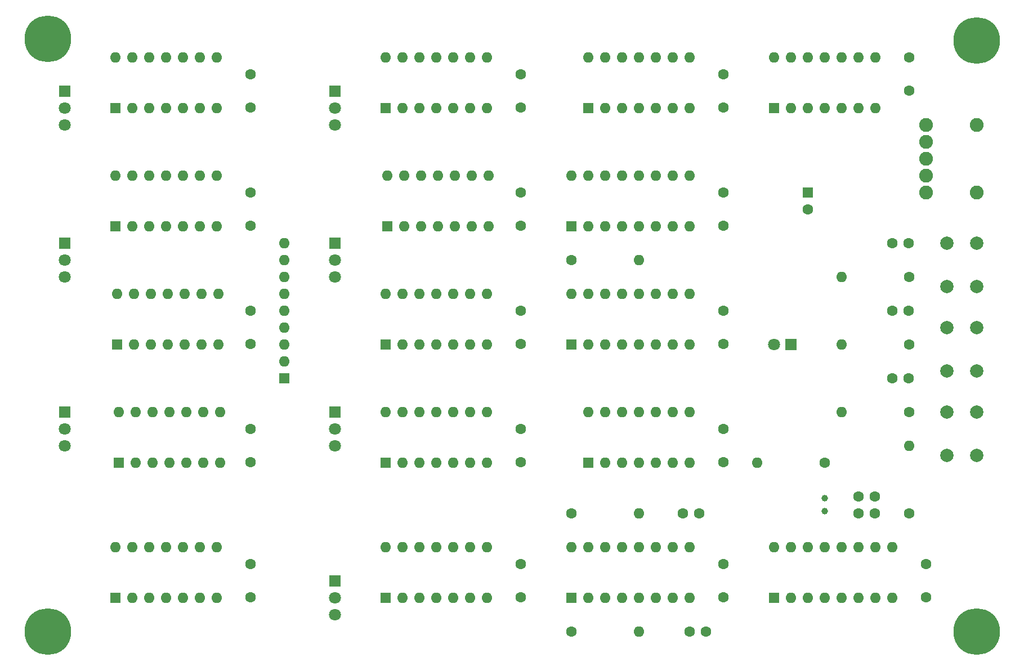
<source format=gbr>
G04 #@! TF.GenerationSoftware,KiCad,Pcbnew,5.1.12-5.1.12*
G04 #@! TF.CreationDate,2021-12-20T18:48:56+11:00*
G04 #@! TF.ProjectId,ttlclock3,74746c63-6c6f-4636-9b33-2e6b69636164,rev?*
G04 #@! TF.SameCoordinates,Original*
G04 #@! TF.FileFunction,Soldermask,Bot*
G04 #@! TF.FilePolarity,Negative*
%FSLAX46Y46*%
G04 Gerber Fmt 4.6, Leading zero omitted, Abs format (unit mm)*
G04 Created by KiCad (PCBNEW 5.1.12-5.1.12) date 2021-12-20 18:48:56*
%MOMM*%
%LPD*%
G01*
G04 APERTURE LIST*
%ADD10C,1.600000*%
%ADD11O,1.600000X1.600000*%
%ADD12R,1.600000X1.600000*%
%ADD13C,2.082800*%
%ADD14C,1.000000*%
%ADD15C,2.000000*%
%ADD16C,7.000000*%
%ADD17C,1.800000*%
%ADD18R,1.800000X1.800000*%
G04 APERTURE END LIST*
D10*
G04 #@! TO.C,C6*
X203200000Y-48180000D03*
X203200000Y-43180000D03*
G04 #@! TD*
D11*
G04 #@! TO.C,U6*
X182880000Y-43180000D03*
X198120000Y-50800000D03*
X185420000Y-43180000D03*
X195580000Y-50800000D03*
X187960000Y-43180000D03*
X193040000Y-50800000D03*
X190500000Y-43180000D03*
X190500000Y-50800000D03*
X193040000Y-43180000D03*
X187960000Y-50800000D03*
X195580000Y-43180000D03*
X185420000Y-50800000D03*
X198120000Y-43180000D03*
D12*
X182880000Y-50800000D03*
G04 #@! TD*
D13*
G04 #@! TO.C,J3*
X213360000Y-63500000D03*
G04 #@! TD*
G04 #@! TO.C,J2*
X213360000Y-53340000D03*
G04 #@! TD*
G04 #@! TO.C,J1*
X205740000Y-63500000D03*
X205740000Y-60960000D03*
X205740000Y-58420000D03*
X205740000Y-55880000D03*
X205740000Y-53340000D03*
G04 #@! TD*
D11*
G04 #@! TO.C,R25*
X162560000Y-111760000D03*
D10*
X152400000Y-111760000D03*
G04 #@! TD*
D11*
G04 #@! TO.C,R24*
X162560000Y-129540000D03*
D10*
X152400000Y-129540000D03*
G04 #@! TD*
D11*
G04 #@! TO.C,R4*
X162560000Y-73660000D03*
D10*
X152400000Y-73660000D03*
G04 #@! TD*
D11*
G04 #@! TO.C,U3*
X152400000Y-60960000D03*
X170180000Y-68580000D03*
X154940000Y-60960000D03*
X167640000Y-68580000D03*
X157480000Y-60960000D03*
X165100000Y-68580000D03*
X160020000Y-60960000D03*
X162560000Y-68580000D03*
X162560000Y-60960000D03*
X160020000Y-68580000D03*
X165100000Y-60960000D03*
X157480000Y-68580000D03*
X167640000Y-60960000D03*
X154940000Y-68580000D03*
X170180000Y-60960000D03*
D12*
X152400000Y-68580000D03*
G04 #@! TD*
D11*
G04 #@! TO.C,U2*
X152400000Y-78740000D03*
X170180000Y-86360000D03*
X154940000Y-78740000D03*
X167640000Y-86360000D03*
X157480000Y-78740000D03*
X165100000Y-86360000D03*
X160020000Y-78740000D03*
X162560000Y-86360000D03*
X162560000Y-78740000D03*
X160020000Y-86360000D03*
X165100000Y-78740000D03*
X157480000Y-86360000D03*
X167640000Y-78740000D03*
X154940000Y-86360000D03*
X170180000Y-78740000D03*
D12*
X152400000Y-86360000D03*
G04 #@! TD*
D10*
G04 #@! TO.C,C3*
X175260000Y-68500000D03*
X175260000Y-63500000D03*
G04 #@! TD*
D11*
G04 #@! TO.C,U5*
X154940000Y-43180000D03*
X170180000Y-50800000D03*
X157480000Y-43180000D03*
X167640000Y-50800000D03*
X160020000Y-43180000D03*
X165100000Y-50800000D03*
X162560000Y-43180000D03*
X162560000Y-50800000D03*
X165100000Y-43180000D03*
X160020000Y-50800000D03*
X167640000Y-43180000D03*
X157480000Y-50800000D03*
X170180000Y-43180000D03*
D12*
X154940000Y-50800000D03*
G04 #@! TD*
D11*
G04 #@! TO.C,U4*
X182880000Y-116840000D03*
X200660000Y-124460000D03*
X185420000Y-116840000D03*
X198120000Y-124460000D03*
X187960000Y-116840000D03*
X195580000Y-124460000D03*
X190500000Y-116840000D03*
X193040000Y-124460000D03*
X193040000Y-116840000D03*
X190500000Y-124460000D03*
X195580000Y-116840000D03*
X187960000Y-124460000D03*
X198120000Y-116840000D03*
X185420000Y-124460000D03*
X200660000Y-116840000D03*
D12*
X182880000Y-124460000D03*
G04 #@! TD*
D11*
G04 #@! TO.C,U1*
X154940000Y-96520000D03*
X170180000Y-104140000D03*
X157480000Y-96520000D03*
X167640000Y-104140000D03*
X160020000Y-96520000D03*
X165100000Y-104140000D03*
X162560000Y-96520000D03*
X162560000Y-104140000D03*
X165100000Y-96520000D03*
X160020000Y-104140000D03*
X167640000Y-96520000D03*
X157480000Y-104140000D03*
X170180000Y-96520000D03*
D12*
X154940000Y-104140000D03*
G04 #@! TD*
D10*
G04 #@! TO.C,C34*
X203160000Y-71120000D03*
X200660000Y-71120000D03*
G04 #@! TD*
G04 #@! TO.C,C33*
X203160000Y-81280000D03*
X200660000Y-81280000D03*
G04 #@! TD*
G04 #@! TO.C,C32*
X203160000Y-91440000D03*
X200660000Y-91440000D03*
G04 #@! TD*
G04 #@! TO.C,C25*
X171664000Y-111760000D03*
X169164000Y-111760000D03*
G04 #@! TD*
G04 #@! TO.C,C24*
X172680000Y-129540000D03*
X170180000Y-129540000D03*
G04 #@! TD*
G04 #@! TO.C,C23*
X175260000Y-124380000D03*
X175260000Y-119380000D03*
G04 #@! TD*
G04 #@! TO.C,C16*
X104140000Y-104060000D03*
X104140000Y-99060000D03*
G04 #@! TD*
G04 #@! TO.C,C15*
X104140000Y-68500000D03*
X104140000Y-63500000D03*
G04 #@! TD*
G04 #@! TO.C,C14*
X104140000Y-50720000D03*
X104140000Y-45720000D03*
G04 #@! TD*
G04 #@! TO.C,C13*
X144780000Y-124380000D03*
X144780000Y-119380000D03*
G04 #@! TD*
G04 #@! TO.C,C12*
X144780000Y-104060000D03*
X144780000Y-99060000D03*
G04 #@! TD*
G04 #@! TO.C,C11*
X144780000Y-68500000D03*
X144780000Y-63500000D03*
G04 #@! TD*
G04 #@! TO.C,C10*
X144780000Y-50720000D03*
X144780000Y-45720000D03*
G04 #@! TD*
D14*
G04 #@! TO.C,Y1*
X190500000Y-111374000D03*
X190500000Y-109474000D03*
G04 #@! TD*
D11*
G04 #@! TO.C,U23*
X152400000Y-116840000D03*
X170180000Y-124460000D03*
X154940000Y-116840000D03*
X167640000Y-124460000D03*
X157480000Y-116840000D03*
X165100000Y-124460000D03*
X160020000Y-116840000D03*
X162560000Y-124460000D03*
X162560000Y-116840000D03*
X160020000Y-124460000D03*
X165100000Y-116840000D03*
X157480000Y-124460000D03*
X167640000Y-116840000D03*
X154940000Y-124460000D03*
X170180000Y-116840000D03*
D12*
X152400000Y-124460000D03*
G04 #@! TD*
D11*
G04 #@! TO.C,U22*
X83820000Y-116840000D03*
X99060000Y-124460000D03*
X86360000Y-116840000D03*
X96520000Y-124460000D03*
X88900000Y-116840000D03*
X93980000Y-124460000D03*
X91440000Y-116840000D03*
X91440000Y-124460000D03*
X93980000Y-116840000D03*
X88900000Y-124460000D03*
X96520000Y-116840000D03*
X86360000Y-124460000D03*
X99060000Y-116840000D03*
D12*
X83820000Y-124460000D03*
G04 #@! TD*
D11*
G04 #@! TO.C,U21*
X84074000Y-78740000D03*
X99314000Y-86360000D03*
X86614000Y-78740000D03*
X96774000Y-86360000D03*
X89154000Y-78740000D03*
X94234000Y-86360000D03*
X91694000Y-78740000D03*
X91694000Y-86360000D03*
X94234000Y-78740000D03*
X89154000Y-86360000D03*
X96774000Y-78740000D03*
X86614000Y-86360000D03*
X99314000Y-78740000D03*
D12*
X84074000Y-86360000D03*
G04 #@! TD*
D11*
G04 #@! TO.C,U20*
X124460000Y-78740000D03*
X139700000Y-86360000D03*
X127000000Y-78740000D03*
X137160000Y-86360000D03*
X129540000Y-78740000D03*
X134620000Y-86360000D03*
X132080000Y-78740000D03*
X132080000Y-86360000D03*
X134620000Y-78740000D03*
X129540000Y-86360000D03*
X137160000Y-78740000D03*
X127000000Y-86360000D03*
X139700000Y-78740000D03*
D12*
X124460000Y-86360000D03*
G04 #@! TD*
D11*
G04 #@! TO.C,U16*
X84328000Y-96520000D03*
X99568000Y-104140000D03*
X86868000Y-96520000D03*
X97028000Y-104140000D03*
X89408000Y-96520000D03*
X94488000Y-104140000D03*
X91948000Y-96520000D03*
X91948000Y-104140000D03*
X94488000Y-96520000D03*
X89408000Y-104140000D03*
X97028000Y-96520000D03*
X86868000Y-104140000D03*
X99568000Y-96520000D03*
D12*
X84328000Y-104140000D03*
G04 #@! TD*
D11*
G04 #@! TO.C,U15*
X83820000Y-60960000D03*
X99060000Y-68580000D03*
X86360000Y-60960000D03*
X96520000Y-68580000D03*
X88900000Y-60960000D03*
X93980000Y-68580000D03*
X91440000Y-60960000D03*
X91440000Y-68580000D03*
X93980000Y-60960000D03*
X88900000Y-68580000D03*
X96520000Y-60960000D03*
X86360000Y-68580000D03*
X99060000Y-60960000D03*
D12*
X83820000Y-68580000D03*
G04 #@! TD*
D11*
G04 #@! TO.C,U14*
X83820000Y-43180000D03*
X99060000Y-50800000D03*
X86360000Y-43180000D03*
X96520000Y-50800000D03*
X88900000Y-43180000D03*
X93980000Y-50800000D03*
X91440000Y-43180000D03*
X91440000Y-50800000D03*
X93980000Y-43180000D03*
X88900000Y-50800000D03*
X96520000Y-43180000D03*
X86360000Y-50800000D03*
X99060000Y-43180000D03*
D12*
X83820000Y-50800000D03*
G04 #@! TD*
D11*
G04 #@! TO.C,U13*
X124460000Y-116840000D03*
X139700000Y-124460000D03*
X127000000Y-116840000D03*
X137160000Y-124460000D03*
X129540000Y-116840000D03*
X134620000Y-124460000D03*
X132080000Y-116840000D03*
X132080000Y-124460000D03*
X134620000Y-116840000D03*
X129540000Y-124460000D03*
X137160000Y-116840000D03*
X127000000Y-124460000D03*
X139700000Y-116840000D03*
D12*
X124460000Y-124460000D03*
G04 #@! TD*
D11*
G04 #@! TO.C,U12*
X124460000Y-96520000D03*
X139700000Y-104140000D03*
X127000000Y-96520000D03*
X137160000Y-104140000D03*
X129540000Y-96520000D03*
X134620000Y-104140000D03*
X132080000Y-96520000D03*
X132080000Y-104140000D03*
X134620000Y-96520000D03*
X129540000Y-104140000D03*
X137160000Y-96520000D03*
X127000000Y-104140000D03*
X139700000Y-96520000D03*
D12*
X124460000Y-104140000D03*
G04 #@! TD*
D11*
G04 #@! TO.C,U11*
X124714000Y-60960000D03*
X139954000Y-68580000D03*
X127254000Y-60960000D03*
X137414000Y-68580000D03*
X129794000Y-60960000D03*
X134874000Y-68580000D03*
X132334000Y-60960000D03*
X132334000Y-68580000D03*
X134874000Y-60960000D03*
X129794000Y-68580000D03*
X137414000Y-60960000D03*
X127254000Y-68580000D03*
X139954000Y-60960000D03*
D12*
X124714000Y-68580000D03*
G04 #@! TD*
D11*
G04 #@! TO.C,U10*
X124460000Y-43180000D03*
X139700000Y-50800000D03*
X127000000Y-43180000D03*
X137160000Y-50800000D03*
X129540000Y-43180000D03*
X134620000Y-50800000D03*
X132080000Y-43180000D03*
X132080000Y-50800000D03*
X134620000Y-43180000D03*
X129540000Y-50800000D03*
X137160000Y-43180000D03*
X127000000Y-50800000D03*
X139700000Y-43180000D03*
D12*
X124460000Y-50800000D03*
G04 #@! TD*
D15*
G04 #@! TO.C,SW1*
X213360000Y-103020000D03*
X208860000Y-103020000D03*
X213360000Y-96520000D03*
X208860000Y-96520000D03*
G04 #@! TD*
G04 #@! TO.C,SW2*
X213360000Y-90320000D03*
X208860000Y-90320000D03*
X213360000Y-83820000D03*
X208860000Y-83820000D03*
G04 #@! TD*
G04 #@! TO.C,SW3*
X213360000Y-77620000D03*
X208860000Y-77620000D03*
X213360000Y-71120000D03*
X208860000Y-71120000D03*
G04 #@! TD*
D11*
G04 #@! TO.C,RN1*
X109220000Y-71120000D03*
X109220000Y-73660000D03*
X109220000Y-76200000D03*
X109220000Y-78740000D03*
X109220000Y-81280000D03*
X109220000Y-83820000D03*
X109220000Y-86360000D03*
X109220000Y-88900000D03*
D12*
X109220000Y-91440000D03*
G04 #@! TD*
D11*
G04 #@! TO.C,R17*
X193040000Y-76200000D03*
D10*
X203200000Y-76200000D03*
G04 #@! TD*
D11*
G04 #@! TO.C,R16*
X193040000Y-86360000D03*
D10*
X203200000Y-86360000D03*
G04 #@! TD*
D11*
G04 #@! TO.C,R15*
X193040000Y-96520000D03*
D10*
X203200000Y-96520000D03*
G04 #@! TD*
D11*
G04 #@! TO.C,R31*
X203200000Y-101600000D03*
D10*
X203200000Y-111760000D03*
G04 #@! TD*
D11*
G04 #@! TO.C,R30*
X180340000Y-104140000D03*
D10*
X190500000Y-104140000D03*
G04 #@! TD*
D16*
G04 #@! TO.C,H4*
X213360000Y-129540000D03*
G04 #@! TD*
G04 #@! TO.C,H3*
X73660000Y-129540000D03*
G04 #@! TD*
G04 #@! TO.C,H2*
X213360000Y-40640000D03*
G04 #@! TD*
G04 #@! TO.C,H1*
X73660000Y-40386000D03*
G04 #@! TD*
D17*
G04 #@! TO.C,D9*
X182880000Y-86360000D03*
D18*
X185420000Y-86360000D03*
G04 #@! TD*
D17*
G04 #@! TO.C,D16*
X76200000Y-101600000D03*
X76200000Y-99060000D03*
D18*
X76200000Y-96520000D03*
G04 #@! TD*
D17*
G04 #@! TO.C,D15*
X76200000Y-76200000D03*
X76200000Y-73660000D03*
D18*
X76200000Y-71120000D03*
G04 #@! TD*
D17*
G04 #@! TO.C,D14*
X76200000Y-53340000D03*
X76200000Y-50800000D03*
D18*
X76200000Y-48260000D03*
G04 #@! TD*
D17*
G04 #@! TO.C,D13*
X116840000Y-127000000D03*
X116840000Y-124460000D03*
D18*
X116840000Y-121920000D03*
G04 #@! TD*
D17*
G04 #@! TO.C,D12*
X116840000Y-101600000D03*
X116840000Y-99060000D03*
D18*
X116840000Y-96520000D03*
G04 #@! TD*
D17*
G04 #@! TO.C,D11*
X116840000Y-76200000D03*
X116840000Y-73660000D03*
D18*
X116840000Y-71120000D03*
G04 #@! TD*
D17*
G04 #@! TO.C,D10*
X116840000Y-53340000D03*
X116840000Y-50800000D03*
D18*
X116840000Y-48260000D03*
G04 #@! TD*
D10*
G04 #@! TO.C,C9*
X187960000Y-66000000D03*
D12*
X187960000Y-63500000D03*
G04 #@! TD*
D10*
G04 #@! TO.C,C22*
X104140000Y-124380000D03*
X104140000Y-119380000D03*
G04 #@! TD*
G04 #@! TO.C,C21*
X104140000Y-86280000D03*
X104140000Y-81280000D03*
G04 #@! TD*
G04 #@! TO.C,C20*
X144780000Y-86280000D03*
X144780000Y-81280000D03*
G04 #@! TD*
G04 #@! TO.C,C5*
X175260000Y-50720000D03*
X175260000Y-45720000D03*
G04 #@! TD*
G04 #@! TO.C,C2*
X175260000Y-86280000D03*
X175260000Y-81280000D03*
G04 #@! TD*
G04 #@! TO.C,C4*
X205740000Y-124380000D03*
X205740000Y-119380000D03*
G04 #@! TD*
G04 #@! TO.C,C1*
X175260000Y-104060000D03*
X175260000Y-99060000D03*
G04 #@! TD*
G04 #@! TO.C,C31*
X198080000Y-109220000D03*
X195580000Y-109220000D03*
G04 #@! TD*
G04 #@! TO.C,C30*
X198080000Y-111760000D03*
X195580000Y-111760000D03*
G04 #@! TD*
M02*

</source>
